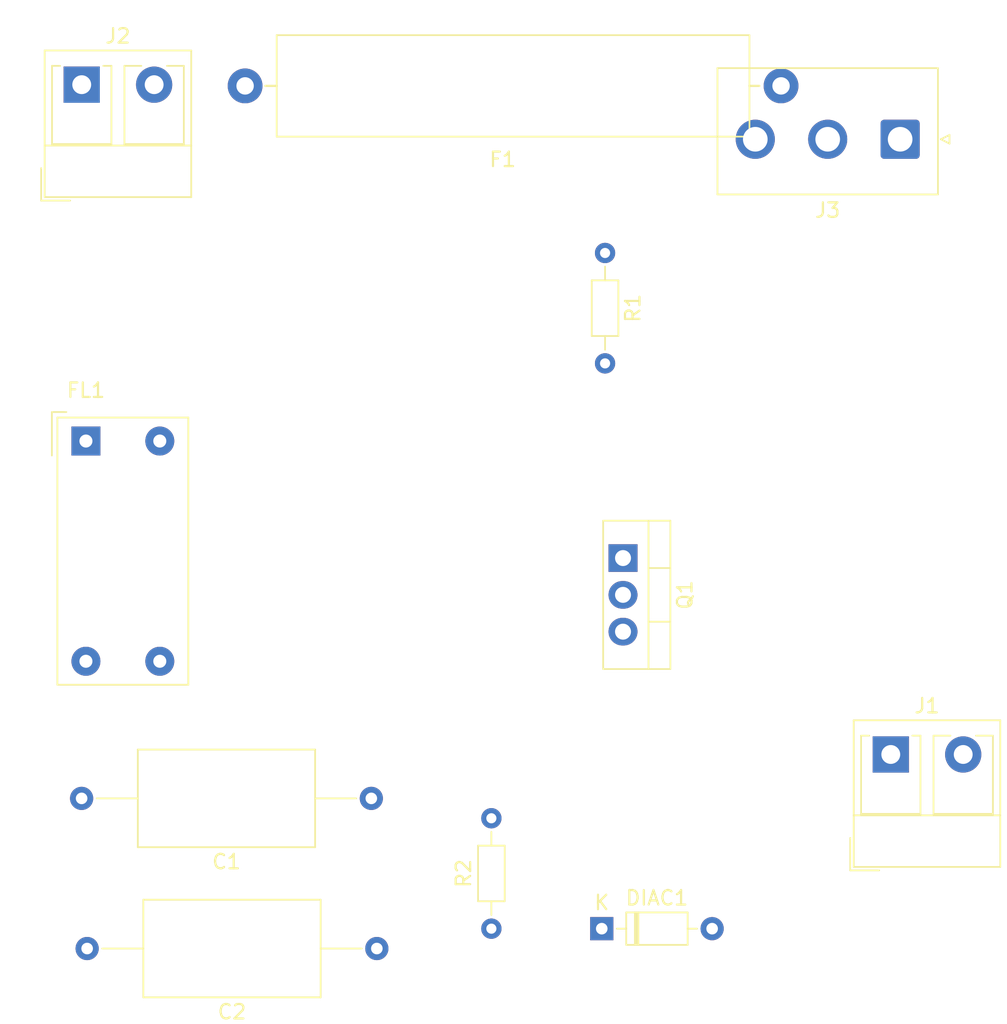
<source format=kicad_pcb>
(kicad_pcb (version 20211014) (generator pcbnew)
  (layers (0 "F.Cu" signal) (31 "B.Cu" signal) (34 "B.Paste" user) (35 "F.Paste" user) (36 "B.SilkS" user "B.Silkscreen") (37 "F.SilkS" user "F.Silkscreen") (38 "B.Mask" user) (39 "F.Mask" user) (44 "Edge.Cuts" user))
  (net 0 "")
  (net 1 "Net-(C1-Pad1)")
  (net 2 "Net-(Q1-Pad1)")
  (net 3 "Net-(DIAC1-Pad1)")
  (net 4 "Net-(DIAC1-Pad2)")
  (net 5 "Net-(J2-Pad2)")
  (net 6 "Net-(FL1-Pad2)")
  (net 7 "Net-(FL1-Pad1)")
  (net 8 "Net-(J1-Pad1)")
  (net 9 "Net-(Q1-Pad2)")
  (net 10 "Net-(J3-Pad1)")
  (footprint "Resistor_THT:R_Axial_DIN0204_L3.6mm_D1.6mm_P7.62mm_Horizontal" (layer "F.Cu") (at 124.9934 66.4464 -90)
    (fp_text reference "R1" (at 3.81 -1.92 90) (layer "F.SilkS"))
    (fp_text value "69K 1w")
    (fp_line (start 0.94 0) (end 1.89 0) (layer "F.SilkS") (width 0.12))
    (fp_line (start 1.89 0.92) (end 5.73 0.92) (layer "F.SilkS") (width 0.12))
    (fp_line (start 5.73 -0.92) (end 1.89 -0.92) (layer "F.SilkS") (width 0.12))
    (fp_line (start 1.89 -0.92) (end 1.89 0.92) (layer "F.SilkS") (width 0.12))
    (fp_line (start 5.73 0.92) (end 5.73 -0.92) (layer "F.SilkS") (width 0.12))
    (fp_line (start 6.68 0) (end 5.73 0) (layer "F.SilkS") (width 0.12))
    (pad "1" thru_hole circle (at 0 0 270) (size 1.4 1.4) (drill 0.7) (layers *.Cu *.Mask) (net 10 "Net-(J3-Pad1)"))
    (pad "2" thru_hole oval (at 7.62 0 270) (size 1.4 1.4) (drill 0.7) (layers *.Cu *.Mask) (net 9 "Net-(Q1-Pad2)"))
  )
  (footprint "Fuse:Fuse_SunFuse-6HP" (layer "F.Cu") (at 100.1434 54.9148)
    (fp_text reference "F1" (at 17.78 5.08) (layer "F.SilkS"))
    (fp_text value "Fuse")
    (fp_line (start 2.18 -3.5) (end 2.18 3.5) (layer "F.SilkS") (width 0.12))
    (fp_line (start 1.4 0) (end 2.18 0) (layer "F.SilkS") (width 0.15))
    (fp_line (start 2.18 3.5) (end 34.82 3.5) (layer "F.SilkS") (width 0.12))
    (fp_line (start 34.82 0) (end 35.5 0) (layer "F.SilkS") (width 0.15))
    (fp_line (start 34.82 3.5) (end 34.82 -3.5) (layer "F.SilkS") (width 0.12))
    (fp_line (start 2.18 -3.5) (end 34.82 -3.5) (layer "F.SilkS") (width 0.12))
    (pad "1" thru_hole circle (at 0 0) (size 2.4 2.4) (drill 1.2) (layers *.Cu *.Mask) (net 5 "Net-(J2-Pad2)"))
    (pad "2" thru_hole circle (at 37 0) (size 2.4 2.4) (drill 1.2) (layers *.Cu *.Mask) (net 6 "Net-(FL1-Pad2)"))
  )
  (footprint "Package_TO_SOT_THT:TO-220-3_Vertical" (layer "F.Cu") (at 126.2328 87.503 -90)
    (fp_text reference "Q1" (at 2.54 -4.27 90) (layer "F.SilkS"))
    (fp_text value "BT139-600")
    (fp_line (start -2.58 1.371) (end 7.66 1.371) (layer "F.SilkS") (width 0.12))
    (fp_line (start 0.69 -3.27) (end 0.69 -1.76) (layer "F.SilkS") (width 0.12))
    (fp_line (start -2.58 -3.27) (end -2.58 1.371) (layer "F.SilkS") (width 0.12))
    (fp_line (start 4.391 -3.27) (end 4.391 -1.76) (layer "F.SilkS") (width 0.12))
    (fp_line (start 7.66 -3.27) (end 7.66 1.371) (layer "F.SilkS") (width 0.12))
    (fp_line (start -2.58 -3.27) (end 7.66 -3.27) (layer "F.SilkS") (width 0.12))
    (fp_line (start -2.58 -1.76) (end 7.66 -1.76) (layer "F.SilkS") (width 0.12))
    (pad "1" thru_hole rect (at 0 0 270) (size 1.905 2) (drill 1.1) (layers *.Cu *.Mask) (net 2 "Net-(Q1-Pad1)"))
    (pad "2" thru_hole oval (at 2.54 0 270) (size 1.905 2) (drill 1.1) (layers *.Cu *.Mask) (net 9 "Net-(Q1-Pad2)"))
    (pad "3" thru_hole oval (at 5.08 0 270) (size 1.905 2) (drill 1.1) (layers *.Cu *.Mask) (net 4 "Net-(DIAC1-Pad2)"))
  )
  (footprint "Connector_JST:JST_NV_B03P-NV_1x03_P5.00mm_Vertical" (layer "F.Cu") (at 145.3642 58.5978 180)
    (fp_text reference "J3" (at 5 -4.9) (layer "F.SilkS"))
    (fp_text value "To Slider")
    (fp_line (start 12.61 4.91) (end 12.61 -3.81) (layer "F.SilkS") (width 0.12))
    (fp_line (start -2.81 0) (end -3.41 0.3) (layer "F.SilkS") (width 0.12))
    (fp_line (start -3.41 -0.3) (end -2.81 0) (layer "F.SilkS") (width 0.12))
    (fp_line (start -3.41 0.3) (end -3.41 -0.3) (layer "F.SilkS") (width 0.12))
    (fp_line (start -2.61 4.91) (end 12.61 4.91) (layer "F.SilkS") (width 0.12))
    (fp_line (start -2.61 -3.81) (end -2.61 4.91) (layer "F.SilkS") (width 0.12))
    (fp_line (start 12.61 -3.81) (end -2.61 -3.81) (layer "F.SilkS") (width 0.12))
    (pad "1" thru_hole roundrect (at 0 0 180) (size 2.7 2.7) (drill 1.7) (layers *.Cu *.Mask) (roundrect_rratio 0.092593) (net 10 "Net-(J3-Pad1)"))
    (pad "2" thru_hole circle (at 5 0 180) (size 2.7 2.7) (drill 1.7) (layers *.Cu *.Mask) (net 1 "Net-(C1-Pad1)"))
    (pad "3" thru_hole circle (at 10 0 180) (size 2.7 2.7) (drill 1.7) (layers *.Cu *.Mask) (net 1 "Net-(C1-Pad1)"))
  )
  (footprint "TerminalBlock_RND:TerminalBlock_RND_205-00276_1x02_P5.00mm_Vertical" (layer "F.Cu") (at 144.7184 101.059)
    (fp_text reference "J1" (at 2.5 -3.36) (layer "F.SilkS"))
    (fp_text value "AC Motor")
    (fp_line (start 7.05 -1.3) (end 7.05 4.1) (layer "F.SilkS") (width 0.12))
    (fp_line (start -2.05 -1.3) (end -1.49 -1.3) (layer "F.SilkS") (width 0.12))
    (fp_line (start -2.56 -2.36) (end 7.56 -2.36) (layer "F.SilkS") (width 0.12))
    (fp_line (start 1.49 -1.3) (end 2.05 -1.3) (layer "F.SilkS") (width 0.12))
    (fp_line (start -2.56 7.76) (end 7.56 7.76) (layer "F.SilkS") (width 0.12))
    (fp_line (start -2.56 4.2) (end 7.56 4.2) (layer "F.SilkS") (width 0.12))
    (fp_line (start 2.95 -1.3) (end 2.95 4.1) (layer "F.SilkS") (width 0.12))
    (fp_line (start -2.8 5.76) (end -2.8 8) (layer "F.SilkS") (width 0.12))
    (fp_line (start -2.05 -1.3) (end -2.05 4.1) (layer "F.SilkS") (width 0.12))
    (fp_line (start -2.56 -2.36) (end -2.56 7.76) (layer "F.SilkS") (width 0.12))
    (fp_line (start 7.56 -2.36) (end 7.56 7.76) (layer "F.SilkS") (width 0.12))
    (fp_line (start 2.05 -1.3) (end 2.05 4.1) (layer "F.SilkS") (width 0.12))
    (fp_line (start -2.05 4.1) (end 2.05 4.1) (layer "F.SilkS") (width 0.12))
    (fp_line (start 2.95 4.1) (end 7.05 4.1) (layer "F.SilkS") (width 0.12))
    (fp_line (start 2.95 -1.3) (end 4.117 -1.3) (layer "F.SilkS") (width 0.12))
    (fp_line (start 5.884 -1.3) (end 7.05 -1.3) (layer "F.SilkS") (width 0.12))
    (fp_line (start -2.8 8) (end -0.8 8) (layer "F.SilkS") (width 0.12))
    (pad "1" thru_hole rect (at 0 0) (size 2.5 2.5) (drill 1.3) (layers *.Cu *.Mask) (net 8 "Net-(J1-Pad1)"))
    (pad "2" thru_hole circle (at 5 0) (size 2.5 2.5) (drill 1.3) (layers *.Cu *.Mask) (net 9 "Net-(Q1-Pad2)"))
  )
  (footprint "Inductor_THT:Choke_Schaffner_RN202-04-8.8x18.2mm" (layer "F.Cu") (at 89.154 79.4258)
    (fp_text reference "FL1" (at 0 -3.5) (layer "F.SilkS"))
    (fp_text value "SCR-040-0R8A100JH")
    (fp_line (start -2.35 -2) (end -2.35 1) (layer "F.SilkS") (width 0.12))
    (fp_line (start 7.07 -1.62) (end 7.07 16.82) (layer "F.SilkS") (width 0.12))
    (fp_line (start -2.35 -2) (end -1.35 -2) (layer "F.SilkS") (width 0.12))
    (fp_line (start 7.07 16.82) (end -1.97 16.82) (layer "F.SilkS") (width 0.12))
    (fp_line (start -1.97 -1.62) (end 7.07 -1.62) (layer "F.SilkS") (width 0.12))
    (fp_line (start -1.97 16.82) (end -1.97 -1.62) (layer "F.SilkS") (width 0.12))
    (pad "1" thru_hole rect (at 0 0) (size 2 2) (drill 0.9) (layers *.Cu *.Mask) (net 7 "Net-(FL1-Pad1)"))
    (pad "2" thru_hole circle (at 5.1 0) (size 2 2) (drill 0.9) (layers *.Cu *.Mask) (net 6 "Net-(FL1-Pad2)"))
    (pad "3" thru_hole circle (at 0 15.2) (size 2 2) (drill 0.9) (layers *.Cu *.Mask) (net 2 "Net-(Q1-Pad1)"))
    (pad "4" thru_hole circle (at 5.1 15.2) (size 2 2) (drill 0.9) (layers *.Cu *.Mask) (net 8 "Net-(J1-Pad1)"))
  )
  (footprint "Diode_THT:D_DO-35_SOD27_P7.62mm_Horizontal" (layer "F.Cu") (at 124.7648 113.0808)
    (fp_text reference "DIAC1" (at 3.81 -2.12) (layer "F.SilkS"))
    (fp_text value "BR109")
    (fp_text user "K" (at 0 -1.8) (layer "F.SilkS"))
    (fp_line (start 6.58 0) (end 5.93 0) (layer "F.SilkS") (width 0.12))
    (fp_line (start 1.04 0) (end 1.69 0) (layer "F.SilkS") (width 0.12))
    (fp_line (start 2.29 -1.12) (end 2.29 1.12) (layer "F.SilkS") (width 0.12))
    (fp_line (start 1.69 -1.12) (end 1.69 1.12) (layer "F.SilkS") (width 0.12))
    (fp_line (start 2.53 -1.12) (end 2.53 1.12) (layer "F.SilkS") (width 0.12))
    (fp_line (start 2.41 -1.12) (end 2.41 1.12) (layer "F.SilkS") (width 0.12))
    (fp_line (start 5.93 -1.12) (end 1.69 -1.12) (layer "F.SilkS") (width 0.12))
    (fp_line (start 1.69 1.12) (end 5.93 1.12) (layer "F.SilkS") (width 0.12))
    (fp_line (start 5.93 1.12) (end 5.93 -1.12) (layer "F.SilkS") (width 0.12))
    (pad "1" thru_hole rect (at 0 0) (size 1.6 1.6) (drill 0.8) (layers *.Cu *.Mask) (net 3 "Net-(DIAC1-Pad1)"))
    (pad "2" thru_hole oval (at 7.62 0) (size 1.6 1.6) (drill 0.8) (layers *.Cu *.Mask) (net 4 "Net-(DIAC1-Pad2)"))
  )
  (footprint "TerminalBlock_RND:TerminalBlock_RND_205-00276_1x02_P5.00mm_Vertical" (layer "F.Cu") (at 88.8638 54.831)
    (fp_text reference "J2" (at 2.5 -3.36) (layer "F.SilkS"))
    (fp_text value "MainsInput")
    (fp_line (start 2.05 -1.3) (end 2.05 4.1) (layer "F.SilkS") (width 0.12))
    (fp_line (start -2.8 8) (end -0.8 8) (layer "F.SilkS") (width 0.12))
    (fp_line (start 7.56 -2.36) (end 7.56 7.76) (layer "F.SilkS") (width 0.12))
    (fp_line (start 2.95 -1.3) (end 4.117 -1.3) (layer "F.SilkS") (width 0.12))
    (fp_line (start -2.05 4.1) (end 2.05 4.1) (layer "F.SilkS") (width 0.12))
    (fp_line (start 7.05 -1.3) (end 7.05 4.1) (layer "F.SilkS") (width 0.12))
    (fp_line (start 1.49 -1.3) (end 2.05 -1.3) (layer "F.SilkS") (width 0.12))
    (fp_line (start -2.56 -2.36) (end -2.56 7.76) (layer "F.SilkS") (width 0.12))
    (fp_line (start 5.884 -1.3) (end 7.05 -1.3) (layer "F.SilkS") (width 0.12))
    (fp_line (start -2.05 -1.3) (end -2.05 4.1) (layer "F.SilkS") (width 0.12))
    (fp_line (start -2.56 -2.36) (end 7.56 -2.36) (layer "F.SilkS") (width 0.12))
    (fp_line (start -2.56 7.76) (end 7.56 7.76) (layer "F.SilkS") (width 0.12))
    (fp_line (start -2.8 5.76) (end -2.8 8) (layer "F.SilkS") (width 0.12))
    (fp_line (start 2.95 -1.3) (end 2.95 4.1) (layer "F.SilkS") (width 0.12))
    (fp_line (start 2.95 4.1) (end 7.05 4.1) (layer "F.SilkS") (width 0.12))
    (fp_line (start -2.05 -1.3) (end -1.49 -1.3) (layer "F.SilkS") (width 0.12))
    (fp_line (start -2.56 4.2) (end 7.56 4.2) (layer "F.SilkS") (width 0.12))
    (pad "1" thru_hole rect (at 0 0) (size 2.5 2.5) (drill 1.3) (layers *.Cu *.Mask) (net 7 "Net-(FL1-Pad1)"))
    (pad "2" thru_hole circle (at 5 0) (size 2.5 2.5) (drill 1.3) (layers *.Cu *.Mask) (net 5 "Net-(J2-Pad2)"))
  )
  (footprint "Capacitor_THT:C_Axial_L12.0mm_D6.5mm_P20.00mm_Horizontal" (layer "F.Cu") (at 109.2378 114.4524 180)
    (fp_text reference "C2" (at 10 -4.37) (layer "F.SilkS"))
    (fp_text value "0.1uf 400Vwg")
    (fp_line (start 16.12 3.37) (end 16.12 -3.37) (layer "F.SilkS") (width 0.12))
    (fp_line (start 3.88 -3.37) (end 3.88 3.37) (layer "F.SilkS") (width 0.12))
    (fp_line (start 18.96 0) (end 16.12 0) (layer "F.SilkS") (width 0.12))
    (fp_line (start 3.88 3.37) (end 16.12 3.37) (layer "F.SilkS") (width 0.12))
    (fp_line (start 1.04 0) (end 3.88 0) (layer "F.SilkS") (width 0.12))
    (fp_line (start 16.12 -3.37) (end 3.88 -3.37) (layer "F.SilkS") (width 0.12))
    (pad "1" thru_hole circle (at 0 0 180) (size 1.6 1.6) (drill 0.8) (layers *.Cu *.Mask) (net 3 "Net-(DIAC1-Pad1)"))
    (pad "2" thru_hole oval (at 20 0 180) (size 1.6 1.6) (drill 0.8) (layers *.Cu *.Mask) (net 2 "Net-(Q1-Pad1)"))
  )
  (footprint "Capacitor_THT:C_Axial_L12.0mm_D6.5mm_P20.00mm_Horizontal" (layer "F.Cu") (at 108.8568 104.0892 180)
    (fp_text reference "C1" (at 10 -4.37) (layer "F.SilkS"))
    (fp_text value "0.1uf 400Vwg")
    (fp_line (start 3.88 3.37) (end 16.12 3.37) (layer "F.SilkS") (width 0.12))
    (fp_line (start 16.12 -3.37) (end 3.88 -3.37) (layer "F.SilkS") (width 0.12))
    (fp_line (start 3.88 -3.37) (end 3.88 3.37) (layer "F.SilkS") (width 0.12))
    (fp_line (start 1.04 0) (end 3.88 0) (layer "F.SilkS") (width 0.12))
    (fp_line (start 18.96 0) (end 16.12 0) (layer "F.SilkS") (width 0.12))
    (fp_line (start 16.12 3.37) (end 16.12 -3.37) (layer "F.SilkS") (width 0.12))
    (pad "1" thru_hole circle (at 0 0 180) (size 1.6 1.6) (drill 0.8) (layers *.Cu *.Mask) (net 1 "Net-(C1-Pad1)"))
    (pad "2" thru_hole oval (at 20 0 180) (size 1.6 1.6) (drill 0.8) (layers *.Cu *.Mask) (net 2 "Net-(Q1-Pad1)"))
  )
  (footprint "Resistor_THT:R_Axial_DIN0204_L3.6mm_D1.6mm_P7.62mm_Horizontal" (layer "F.Cu") (at 117.1448 113.0808 90)
    (fp_text reference "R2" (at 3.81 -1.92 90) (layer "F.SilkS"))
    (fp_text value "47K 1W")
    (fp_line (start 6.68 0) (end 5.73 0) (layer "F.SilkS") (width 0.12))
    (fp_line (start 5.73 0.92) (end 5.73 -0.92) (layer "F.SilkS") (width 0.12))
    (fp_line (start 1.89 -0.92) (end 1.89 0.92) (layer "F.SilkS") (width 0.12))
    (fp_line (start 5.73 -0.92) (end 1.89 -0.92) (layer "F.SilkS") (width 0.12))
    (fp_line (start 1.89 0.92) (end 5.73 0.92) (layer "F.SilkS") (width 0.12))
    (fp_line (start 0.94 0) (end 1.89 0) (layer "F.SilkS") (width 0.12))
    (pad "1" thru_hole circle (at 0 0 90) (size 1.4 1.4) (drill 0.7) (layers *.Cu *.Mask) (net 3 "Net-(DIAC1-Pad1)"))
    (pad "2" thru_hole oval (at 7.62 0 90) (size 1.4 1.4) (drill 0.7) (layers *.Cu *.Mask) (net 1 "Net-(C1-Pad1)"))
  )
)
</source>
